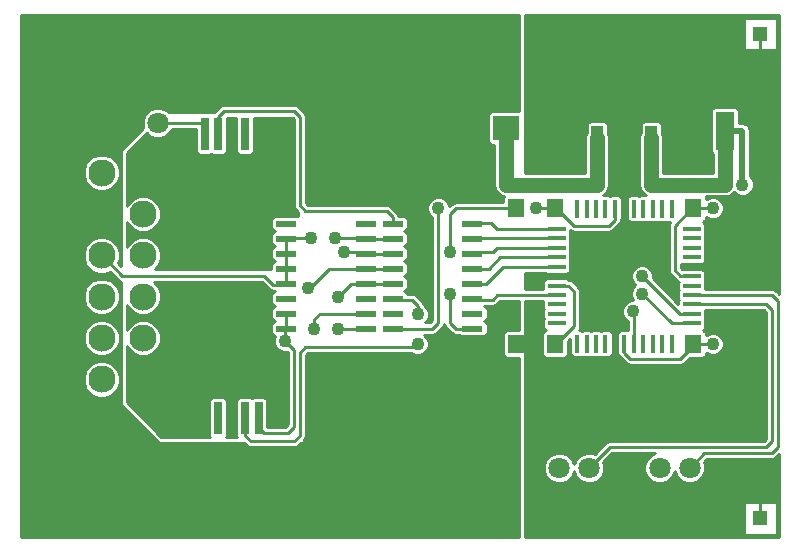
<source format=gtl>
G04 (created by PCBNEW (2013-07-07 BZR 4022)-stable) date 10/14/2016 2:41:48 PM*
%MOIN*%
G04 Gerber Fmt 3.4, Leading zero omitted, Abs format*
%FSLAX34Y34*%
G01*
G70*
G90*
G04 APERTURE LIST*
%ADD10C,0.00590551*%
%ADD11R,0.0177165X0.0590551*%
%ADD12R,0.0590551X0.0177165*%
%ADD13C,0.0708661*%
%ADD14R,0.0472441X0.0472441*%
%ADD15R,0.144X0.08*%
%ADD16R,0.04X0.08*%
%ADD17R,0.0708661X0.02*%
%ADD18R,0.0551181X0.0629921*%
%ADD19R,0.0905512X0.0826772*%
%ADD20C,0.0905512*%
%ADD21C,0.23622*%
%ADD22R,0.063X0.125984*%
%ADD23R,0.0275591X0.110236*%
%ADD24R,0.23622X0.240157*%
%ADD25C,0.0433071*%
%ADD26C,0.00984252*%
%ADD27C,0.019685*%
%ADD28C,0.0492126*%
%ADD29C,0.01*%
G04 APERTURE END LIST*
G54D10*
G54D11*
X59350Y-36037D03*
X59035Y-36037D03*
X58720Y-36037D03*
X58405Y-36037D03*
X58090Y-36037D03*
X57775Y-36037D03*
X59665Y-36037D03*
X59980Y-36037D03*
X60295Y-36037D03*
X60610Y-36037D03*
X60925Y-36037D03*
X59350Y-40537D03*
X59035Y-40537D03*
X58720Y-40537D03*
X58405Y-40537D03*
X58090Y-40537D03*
X57775Y-40537D03*
X59665Y-40537D03*
X59980Y-40537D03*
X60295Y-40537D03*
X60610Y-40537D03*
X60925Y-40537D03*
G54D12*
X57100Y-38287D03*
X61600Y-38287D03*
X57100Y-38602D03*
X61600Y-38602D03*
X61600Y-38917D03*
X57100Y-38917D03*
X57100Y-39232D03*
X61600Y-39232D03*
X61600Y-39547D03*
X57100Y-39547D03*
X57100Y-39862D03*
X61600Y-39862D03*
X61600Y-37972D03*
X57100Y-37972D03*
X57100Y-37657D03*
X61600Y-37657D03*
X61600Y-37342D03*
X57100Y-37342D03*
X57100Y-37027D03*
X61600Y-37027D03*
X61600Y-36712D03*
X57100Y-36712D03*
G54D13*
X58177Y-44685D03*
X57177Y-44685D03*
X61523Y-44685D03*
X60523Y-44685D03*
X43799Y-32177D03*
X43799Y-33177D03*
G54D14*
X63877Y-30216D03*
X63877Y-46358D03*
G54D15*
X59350Y-31081D03*
G54D16*
X59350Y-33681D03*
X60250Y-33681D03*
X58450Y-33681D03*
G54D17*
X54281Y-36537D03*
X54281Y-37537D03*
X54281Y-38037D03*
X54281Y-38537D03*
X54281Y-39037D03*
X54281Y-39537D03*
X54281Y-40037D03*
X51624Y-40037D03*
X51624Y-39537D03*
X51624Y-39037D03*
X51624Y-38537D03*
X51624Y-38037D03*
X51624Y-37537D03*
X51624Y-37037D03*
X51624Y-36537D03*
X54281Y-37037D03*
X50738Y-36537D03*
X50738Y-37537D03*
X50738Y-38037D03*
X50738Y-38537D03*
X50738Y-39037D03*
X50738Y-39537D03*
X50738Y-40037D03*
X48080Y-40037D03*
X48080Y-39537D03*
X48080Y-39037D03*
X48080Y-38537D03*
X48080Y-38037D03*
X48080Y-37537D03*
X48080Y-37037D03*
X48080Y-36537D03*
X50738Y-37037D03*
G54D18*
X61653Y-36023D03*
X62953Y-36023D03*
X57047Y-40551D03*
X55747Y-40551D03*
X61653Y-40551D03*
X62953Y-40551D03*
X57047Y-36023D03*
X55747Y-36023D03*
G54D19*
X55413Y-31614D03*
X55413Y-33346D03*
G54D20*
X43307Y-34842D03*
X43307Y-36220D03*
X43307Y-37598D03*
X43307Y-38976D03*
X43307Y-40354D03*
X43307Y-41732D03*
X41929Y-34842D03*
X41929Y-36220D03*
X41929Y-37598D03*
X41929Y-38976D03*
X41929Y-40354D03*
X41929Y-41732D03*
G54D21*
X41062Y-32086D03*
X41062Y-44488D03*
G54D22*
X62696Y-33444D03*
X62696Y-31515D03*
G54D23*
X45362Y-33543D03*
G54D24*
X46259Y-31062D03*
G54D23*
X45811Y-33543D03*
X46708Y-33543D03*
X47157Y-33543D03*
X47157Y-43031D03*
G54D24*
X46259Y-45511D03*
G54D23*
X46708Y-43031D03*
X45811Y-43031D03*
X45362Y-43031D03*
G54D13*
X52362Y-44783D03*
X51377Y-44783D03*
X50393Y-44783D03*
X49409Y-44783D03*
X48425Y-44783D03*
X52362Y-46259D03*
X51377Y-46259D03*
X50393Y-46259D03*
X49409Y-46259D03*
X48425Y-46259D03*
X52362Y-31791D03*
X51377Y-31791D03*
X50393Y-31791D03*
X49409Y-31791D03*
X48425Y-31791D03*
X52362Y-30314D03*
X51377Y-30314D03*
X50393Y-30314D03*
X49409Y-30314D03*
X48425Y-30314D03*
G54D25*
X63287Y-35236D03*
X53149Y-36023D03*
X48917Y-37007D03*
X56397Y-36023D03*
X62303Y-40551D03*
X62303Y-36023D03*
X52460Y-39566D03*
X52460Y-40551D03*
X49803Y-40059D03*
X49015Y-40059D03*
X59940Y-38877D03*
X49704Y-37007D03*
X49803Y-38976D03*
X48818Y-38681D03*
X50000Y-37500D03*
X59940Y-38287D03*
X59645Y-39468D03*
X53543Y-38877D03*
G54D13*
X61318Y-31102D03*
X61318Y-30118D03*
X60334Y-30118D03*
X57381Y-31102D03*
X57381Y-30118D03*
X58366Y-30118D03*
X59350Y-30118D03*
G54D25*
X59055Y-39763D03*
X56397Y-40551D03*
X57874Y-37500D03*
X53543Y-37500D03*
X62992Y-36712D03*
X63582Y-40551D03*
X63877Y-45669D03*
X48031Y-40452D03*
X59350Y-34547D03*
G54D26*
X48425Y-45511D02*
X48425Y-44783D01*
X51377Y-44783D02*
X52362Y-44783D01*
X49409Y-44783D02*
X50393Y-44783D01*
X46259Y-45511D02*
X48425Y-45511D01*
X51377Y-46259D02*
X52362Y-46259D01*
X49409Y-46259D02*
X50393Y-46259D01*
X48425Y-45511D02*
X48425Y-46259D01*
X48425Y-45511D02*
X48425Y-45511D01*
X48425Y-31003D02*
X48425Y-31791D01*
X51377Y-31791D02*
X52362Y-31791D01*
X49409Y-31791D02*
X50393Y-31791D01*
X48425Y-31062D02*
X48425Y-31003D01*
X48425Y-31003D02*
X48425Y-30314D01*
X51377Y-30314D02*
X52362Y-30314D01*
X49409Y-30314D02*
X50393Y-30314D01*
X46259Y-31062D02*
X48425Y-31062D01*
X48425Y-31062D02*
X55216Y-31062D01*
X55413Y-31259D02*
X55413Y-31614D01*
X55216Y-31062D02*
X55413Y-31259D01*
X41062Y-44488D02*
X42047Y-45472D01*
X46259Y-45472D02*
X46259Y-45511D01*
X42047Y-45472D02*
X46259Y-45472D01*
X43799Y-32177D02*
X43799Y-31102D01*
X41062Y-32086D02*
X42047Y-31102D01*
X46259Y-31102D02*
X46259Y-31062D01*
X42047Y-31102D02*
X43799Y-31102D01*
X43799Y-31102D02*
X46259Y-31102D01*
X41062Y-36220D02*
X41929Y-36220D01*
X41062Y-32086D02*
X41062Y-36220D01*
X41062Y-36220D02*
X41062Y-44488D01*
G54D27*
X63287Y-33444D02*
X62696Y-33444D01*
X63287Y-35236D02*
X63287Y-33444D01*
G54D26*
X51624Y-40037D02*
X52952Y-40037D01*
X53149Y-39840D02*
X53149Y-36023D01*
X52952Y-40037D02*
X53149Y-39840D01*
X48080Y-37007D02*
X48080Y-37037D01*
X48917Y-37007D02*
X48080Y-37007D01*
X56397Y-36023D02*
X57047Y-36023D01*
X61653Y-40551D02*
X62303Y-40551D01*
X62303Y-36023D02*
X61653Y-36023D01*
G54D28*
X60250Y-33681D02*
X60250Y-35236D01*
X60250Y-35236D02*
X62696Y-35236D01*
X62696Y-35236D02*
X62696Y-33444D01*
G54D26*
X48080Y-37537D02*
X48080Y-37037D01*
X48080Y-38037D02*
X48080Y-37537D01*
X48080Y-38537D02*
X48080Y-38037D01*
X59350Y-40537D02*
X59350Y-40846D01*
X61653Y-40610D02*
X61653Y-40551D01*
X61220Y-41043D02*
X61653Y-40610D01*
X59547Y-41043D02*
X61220Y-41043D01*
X59350Y-40846D02*
X59547Y-41043D01*
X41929Y-37598D02*
X42618Y-38287D01*
X48080Y-38582D02*
X48080Y-38537D01*
X47637Y-38582D02*
X48080Y-38582D01*
X47342Y-38287D02*
X47637Y-38582D01*
X42618Y-38287D02*
X47342Y-38287D01*
X59035Y-36037D02*
X59035Y-36417D01*
X59035Y-36417D02*
X58838Y-36614D01*
X58838Y-36614D02*
X57677Y-36614D01*
X57677Y-36614D02*
X57086Y-36023D01*
X57086Y-36023D02*
X57047Y-36023D01*
X61600Y-38287D02*
X61220Y-38287D01*
X61220Y-38287D02*
X61023Y-38090D01*
X61023Y-38090D02*
X61023Y-36614D01*
X61023Y-36614D02*
X61614Y-36023D01*
X61614Y-36023D02*
X61653Y-36023D01*
X57100Y-37342D02*
X55118Y-37342D01*
X54281Y-37500D02*
X54281Y-37537D01*
X54960Y-37500D02*
X54281Y-37500D01*
X55118Y-37342D02*
X54960Y-37500D01*
X46708Y-43031D02*
X46708Y-43602D01*
X51624Y-39074D02*
X51624Y-39037D01*
X52263Y-39074D02*
X51624Y-39074D01*
X52460Y-39271D02*
X52263Y-39074D01*
X52460Y-39566D02*
X52460Y-39271D01*
X52460Y-40649D02*
X52460Y-40551D01*
X48720Y-40649D02*
X52460Y-40649D01*
X48523Y-40846D02*
X48720Y-40649D01*
X48523Y-43602D02*
X48523Y-40846D01*
X48326Y-43799D02*
X48523Y-43602D01*
X46905Y-43799D02*
X48326Y-43799D01*
X46708Y-43602D02*
X46905Y-43799D01*
X45362Y-43031D02*
X45362Y-41929D01*
X45165Y-41732D02*
X43307Y-41732D01*
X45362Y-41929D02*
X45165Y-41732D01*
X47157Y-33543D02*
X47157Y-34645D01*
X46960Y-34842D02*
X43307Y-34842D01*
X47157Y-34645D02*
X46960Y-34842D01*
X45811Y-33543D02*
X45811Y-32972D01*
X51624Y-36318D02*
X51624Y-36537D01*
X51427Y-36122D02*
X51624Y-36318D01*
X48720Y-36122D02*
X51427Y-36122D01*
X48523Y-35925D02*
X48720Y-36122D01*
X48523Y-32972D02*
X48523Y-35925D01*
X48326Y-32775D02*
X48523Y-32972D01*
X46007Y-32775D02*
X48326Y-32775D01*
X45811Y-32972D02*
X46007Y-32775D01*
G54D28*
X58450Y-33681D02*
X58450Y-35236D01*
X55413Y-35236D02*
X55413Y-33346D01*
X58450Y-35236D02*
X55413Y-35236D01*
G54D26*
X61600Y-39232D02*
X64074Y-39232D01*
X58177Y-44677D02*
X58177Y-44685D01*
X58858Y-43996D02*
X58177Y-44677D01*
X64074Y-43996D02*
X58858Y-43996D01*
X64271Y-43799D02*
X64074Y-43996D01*
X64271Y-39429D02*
X64271Y-43799D01*
X64074Y-39232D02*
X64271Y-39429D01*
X50738Y-40059D02*
X50738Y-40037D01*
X49803Y-40059D02*
X50738Y-40059D01*
X50738Y-39537D02*
X49212Y-39537D01*
X49015Y-39734D02*
X49015Y-40059D01*
X49212Y-39537D02*
X49015Y-39734D01*
X61600Y-38917D02*
X64271Y-38917D01*
X61523Y-44677D02*
X61523Y-44685D01*
X62007Y-44192D02*
X61523Y-44677D01*
X64271Y-44192D02*
X62007Y-44192D01*
X64468Y-43996D02*
X64271Y-44192D01*
X64468Y-39114D02*
X64468Y-43996D01*
X64271Y-38917D02*
X64468Y-39114D01*
X57100Y-37027D02*
X54281Y-37027D01*
X54281Y-37027D02*
X54281Y-37037D01*
X60925Y-39862D02*
X61600Y-39862D01*
X59940Y-38877D02*
X60925Y-39862D01*
X51624Y-37037D02*
X50738Y-37037D01*
X50738Y-37007D02*
X50738Y-37037D01*
X49704Y-37007D02*
X50738Y-37007D01*
X50242Y-38537D02*
X50738Y-38537D01*
X49803Y-38976D02*
X50242Y-38537D01*
X51624Y-38537D02*
X50738Y-38537D01*
X50738Y-38037D02*
X49507Y-38037D01*
X48864Y-38681D02*
X48818Y-38681D01*
X49507Y-38037D02*
X48864Y-38681D01*
X51624Y-38037D02*
X50738Y-38037D01*
X51624Y-37537D02*
X50738Y-37537D01*
X50738Y-37500D02*
X50738Y-37537D01*
X50000Y-37500D02*
X50738Y-37500D01*
X61200Y-39547D02*
X61600Y-39547D01*
X59940Y-38287D02*
X61200Y-39547D01*
X57100Y-38602D02*
X57480Y-38602D01*
X57086Y-40551D02*
X57047Y-40551D01*
X57677Y-39960D02*
X57086Y-40551D01*
X57677Y-38799D02*
X57677Y-39960D01*
X57480Y-38602D02*
X57677Y-38799D01*
X57100Y-36712D02*
X55118Y-36712D01*
X54281Y-36515D02*
X54281Y-36537D01*
X54921Y-36515D02*
X54281Y-36515D01*
X55118Y-36712D02*
X54921Y-36515D01*
X57100Y-37657D02*
X55216Y-37657D01*
X54281Y-38051D02*
X54281Y-38037D01*
X54822Y-38051D02*
X54281Y-38051D01*
X55216Y-37657D02*
X54822Y-38051D01*
X59665Y-40537D02*
X59665Y-39468D01*
X59665Y-39468D02*
X59645Y-39468D01*
X54281Y-40059D02*
X54281Y-40037D01*
X53740Y-40059D02*
X54281Y-40059D01*
X53543Y-39862D02*
X53740Y-40059D01*
X53543Y-38877D02*
X53543Y-39862D01*
X57100Y-38917D02*
X55118Y-38917D01*
X54281Y-39074D02*
X54281Y-39037D01*
X54960Y-39074D02*
X54281Y-39074D01*
X55118Y-38917D02*
X54960Y-39074D01*
X57100Y-37972D02*
X55314Y-37972D01*
X54281Y-38562D02*
X54281Y-38537D01*
X54724Y-38562D02*
X54281Y-38562D01*
X55314Y-37972D02*
X54724Y-38562D01*
X48031Y-40452D02*
X48326Y-40748D01*
X47157Y-43307D02*
X47157Y-43031D01*
X47354Y-43503D02*
X47157Y-43307D01*
X48129Y-43503D02*
X47354Y-43503D01*
X48326Y-43307D02*
X48129Y-43503D01*
X48326Y-40748D02*
X48326Y-43307D01*
X43799Y-33177D02*
X45362Y-33177D01*
X45362Y-33177D02*
X45362Y-33543D01*
X60334Y-30118D02*
X61318Y-30118D01*
X61318Y-31102D02*
X61318Y-31081D01*
X61318Y-31081D02*
X61318Y-31102D01*
X61318Y-31102D02*
X61318Y-31081D01*
X59350Y-31081D02*
X59350Y-30118D01*
X58366Y-30118D02*
X57381Y-30118D01*
X59350Y-36037D02*
X59350Y-37303D01*
X59153Y-37500D02*
X57874Y-37500D01*
X59350Y-37303D02*
X59153Y-37500D01*
X61600Y-37972D02*
X62795Y-37972D01*
X62992Y-37775D02*
X62992Y-36712D01*
X62795Y-37972D02*
X62992Y-37775D01*
X59035Y-40537D02*
X59035Y-39763D01*
X59035Y-39763D02*
X59055Y-39763D01*
X55747Y-40551D02*
X56397Y-40551D01*
X57100Y-38287D02*
X57677Y-38287D01*
X57874Y-38090D02*
X57874Y-37500D01*
X57677Y-38287D02*
X57874Y-38090D01*
X55747Y-36023D02*
X53740Y-36023D01*
X53543Y-36220D02*
X53543Y-37500D01*
X53740Y-36023D02*
X53543Y-36220D01*
X62953Y-36023D02*
X62953Y-36712D01*
X62953Y-36712D02*
X62992Y-36712D01*
X62953Y-40551D02*
X63582Y-40551D01*
X63877Y-46358D02*
X63877Y-45669D01*
X48031Y-40037D02*
X48080Y-40037D01*
X48031Y-40452D02*
X48031Y-40037D01*
X62696Y-31515D02*
X63681Y-31515D01*
X63877Y-31318D02*
X63877Y-30216D01*
X63681Y-31515D02*
X63877Y-31318D01*
X59350Y-31081D02*
X61318Y-31081D01*
X61318Y-31081D02*
X62500Y-31081D01*
X62696Y-31278D02*
X62696Y-31515D01*
X62500Y-31081D02*
X62696Y-31278D01*
X59350Y-33681D02*
X59350Y-31081D01*
G54D27*
X59350Y-34547D02*
X59350Y-33681D01*
G54D26*
X48080Y-40037D02*
X48080Y-39537D01*
G54D10*
G36*
X48473Y-36288D02*
X48465Y-36285D01*
X48404Y-36285D01*
X47696Y-36285D01*
X47640Y-36308D01*
X47597Y-36350D01*
X47574Y-36406D01*
X47573Y-36467D01*
X47573Y-36667D01*
X47597Y-36723D01*
X47639Y-36766D01*
X47690Y-36787D01*
X47640Y-36808D01*
X47597Y-36850D01*
X47574Y-36906D01*
X47573Y-36967D01*
X47573Y-37167D01*
X47597Y-37223D01*
X47639Y-37266D01*
X47690Y-37287D01*
X47640Y-37308D01*
X47597Y-37350D01*
X47574Y-37406D01*
X47573Y-37467D01*
X47573Y-37667D01*
X47597Y-37723D01*
X47639Y-37766D01*
X47690Y-37787D01*
X47640Y-37808D01*
X47597Y-37850D01*
X47574Y-37906D01*
X47573Y-37967D01*
X47573Y-38040D01*
X43720Y-38040D01*
X43819Y-37941D01*
X43912Y-37719D01*
X43912Y-37478D01*
X43820Y-37256D01*
X43650Y-37085D01*
X43427Y-36993D01*
X43187Y-36993D01*
X42964Y-37085D01*
X42794Y-37255D01*
X42766Y-37322D01*
X42766Y-36496D01*
X42793Y-36562D01*
X42963Y-36733D01*
X43186Y-36825D01*
X43426Y-36825D01*
X43649Y-36733D01*
X43819Y-36563D01*
X43912Y-36341D01*
X43912Y-36100D01*
X43820Y-35878D01*
X43650Y-35707D01*
X43427Y-35615D01*
X43187Y-35615D01*
X42964Y-35707D01*
X42794Y-35877D01*
X42766Y-35944D01*
X42766Y-34174D01*
X43423Y-33517D01*
X43511Y-33606D01*
X43697Y-33683D01*
X43899Y-33683D01*
X44085Y-33606D01*
X44228Y-33464D01*
X44264Y-33378D01*
X45072Y-33378D01*
X45072Y-34124D01*
X45095Y-34180D01*
X45137Y-34223D01*
X45193Y-34246D01*
X45254Y-34246D01*
X45530Y-34246D01*
X45586Y-34223D01*
X45586Y-34223D01*
X45586Y-34223D01*
X45642Y-34246D01*
X45703Y-34246D01*
X45978Y-34246D01*
X46035Y-34223D01*
X46077Y-34180D01*
X46101Y-34124D01*
X46101Y-34064D01*
X46101Y-33022D01*
X46418Y-33022D01*
X46418Y-34124D01*
X46441Y-34180D01*
X46484Y-34223D01*
X46540Y-34246D01*
X46601Y-34246D01*
X46876Y-34246D01*
X46932Y-34223D01*
X46975Y-34180D01*
X46998Y-34124D01*
X46998Y-34064D01*
X46998Y-33022D01*
X48288Y-33022D01*
X48322Y-33055D01*
X48322Y-35925D01*
X48337Y-36002D01*
X48381Y-36067D01*
X48473Y-36160D01*
X48473Y-36288D01*
X48473Y-36288D01*
G37*
G54D29*
X48473Y-36288D02*
X48465Y-36285D01*
X48404Y-36285D01*
X47696Y-36285D01*
X47640Y-36308D01*
X47597Y-36350D01*
X47574Y-36406D01*
X47573Y-36467D01*
X47573Y-36667D01*
X47597Y-36723D01*
X47639Y-36766D01*
X47690Y-36787D01*
X47640Y-36808D01*
X47597Y-36850D01*
X47574Y-36906D01*
X47573Y-36967D01*
X47573Y-37167D01*
X47597Y-37223D01*
X47639Y-37266D01*
X47690Y-37287D01*
X47640Y-37308D01*
X47597Y-37350D01*
X47574Y-37406D01*
X47573Y-37467D01*
X47573Y-37667D01*
X47597Y-37723D01*
X47639Y-37766D01*
X47690Y-37787D01*
X47640Y-37808D01*
X47597Y-37850D01*
X47574Y-37906D01*
X47573Y-37967D01*
X47573Y-38040D01*
X43720Y-38040D01*
X43819Y-37941D01*
X43912Y-37719D01*
X43912Y-37478D01*
X43820Y-37256D01*
X43650Y-37085D01*
X43427Y-36993D01*
X43187Y-36993D01*
X42964Y-37085D01*
X42794Y-37255D01*
X42766Y-37322D01*
X42766Y-36496D01*
X42793Y-36562D01*
X42963Y-36733D01*
X43186Y-36825D01*
X43426Y-36825D01*
X43649Y-36733D01*
X43819Y-36563D01*
X43912Y-36341D01*
X43912Y-36100D01*
X43820Y-35878D01*
X43650Y-35707D01*
X43427Y-35615D01*
X43187Y-35615D01*
X42964Y-35707D01*
X42794Y-35877D01*
X42766Y-35944D01*
X42766Y-34174D01*
X43423Y-33517D01*
X43511Y-33606D01*
X43697Y-33683D01*
X43899Y-33683D01*
X44085Y-33606D01*
X44228Y-33464D01*
X44264Y-33378D01*
X45072Y-33378D01*
X45072Y-34124D01*
X45095Y-34180D01*
X45137Y-34223D01*
X45193Y-34246D01*
X45254Y-34246D01*
X45530Y-34246D01*
X45586Y-34223D01*
X45586Y-34223D01*
X45586Y-34223D01*
X45642Y-34246D01*
X45703Y-34246D01*
X45978Y-34246D01*
X46035Y-34223D01*
X46077Y-34180D01*
X46101Y-34124D01*
X46101Y-34064D01*
X46101Y-33022D01*
X46418Y-33022D01*
X46418Y-34124D01*
X46441Y-34180D01*
X46484Y-34223D01*
X46540Y-34246D01*
X46601Y-34246D01*
X46876Y-34246D01*
X46932Y-34223D01*
X46975Y-34180D01*
X46998Y-34124D01*
X46998Y-34064D01*
X46998Y-33022D01*
X48288Y-33022D01*
X48322Y-33055D01*
X48322Y-35925D01*
X48337Y-36002D01*
X48381Y-36067D01*
X48473Y-36160D01*
X48473Y-36288D01*
G54D10*
G36*
X48125Y-43223D02*
X48046Y-43302D01*
X47447Y-43302D01*
X47447Y-42450D01*
X47424Y-42394D01*
X47381Y-42351D01*
X47325Y-42327D01*
X47265Y-42327D01*
X46989Y-42327D01*
X46933Y-42351D01*
X46933Y-42351D01*
X46932Y-42351D01*
X46876Y-42327D01*
X46816Y-42327D01*
X46540Y-42327D01*
X46484Y-42351D01*
X46441Y-42393D01*
X46418Y-42449D01*
X46418Y-42510D01*
X46418Y-43612D01*
X46434Y-43650D01*
X46085Y-43650D01*
X46101Y-43613D01*
X46101Y-43552D01*
X46101Y-42450D01*
X46078Y-42394D01*
X46035Y-42351D01*
X45979Y-42327D01*
X45918Y-42327D01*
X45643Y-42327D01*
X45587Y-42351D01*
X45544Y-42393D01*
X45520Y-42449D01*
X45520Y-42510D01*
X45520Y-43612D01*
X45536Y-43650D01*
X43918Y-43650D01*
X42766Y-42498D01*
X42766Y-40630D01*
X42793Y-40696D01*
X42963Y-40867D01*
X43186Y-40959D01*
X43426Y-40959D01*
X43649Y-40867D01*
X43819Y-40697D01*
X43912Y-40475D01*
X43912Y-40234D01*
X43820Y-40012D01*
X43650Y-39841D01*
X43427Y-39749D01*
X43187Y-39749D01*
X42964Y-39841D01*
X42794Y-40011D01*
X42766Y-40078D01*
X42766Y-39252D01*
X42793Y-39318D01*
X42963Y-39489D01*
X43186Y-39581D01*
X43426Y-39581D01*
X43649Y-39489D01*
X43819Y-39319D01*
X43912Y-39097D01*
X43912Y-38856D01*
X43820Y-38634D01*
X43675Y-38488D01*
X47259Y-38488D01*
X47495Y-38725D01*
X47560Y-38768D01*
X47637Y-38784D01*
X47682Y-38784D01*
X47690Y-38787D01*
X47640Y-38808D01*
X47597Y-38850D01*
X47574Y-38906D01*
X47573Y-38967D01*
X47573Y-39167D01*
X47597Y-39223D01*
X47639Y-39266D01*
X47690Y-39287D01*
X47640Y-39308D01*
X47597Y-39350D01*
X47574Y-39406D01*
X47573Y-39467D01*
X47573Y-39667D01*
X47597Y-39723D01*
X47639Y-39766D01*
X47690Y-39787D01*
X47640Y-39808D01*
X47597Y-39850D01*
X47574Y-39906D01*
X47573Y-39967D01*
X47573Y-40167D01*
X47597Y-40223D01*
X47639Y-40266D01*
X47695Y-40289D01*
X47699Y-40289D01*
X47662Y-40379D01*
X47662Y-40525D01*
X47718Y-40661D01*
X47822Y-40765D01*
X47957Y-40821D01*
X48104Y-40821D01*
X48112Y-40818D01*
X48125Y-40831D01*
X48125Y-43223D01*
X48125Y-43223D01*
G37*
G54D29*
X48125Y-43223D02*
X48046Y-43302D01*
X47447Y-43302D01*
X47447Y-42450D01*
X47424Y-42394D01*
X47381Y-42351D01*
X47325Y-42327D01*
X47265Y-42327D01*
X46989Y-42327D01*
X46933Y-42351D01*
X46933Y-42351D01*
X46932Y-42351D01*
X46876Y-42327D01*
X46816Y-42327D01*
X46540Y-42327D01*
X46484Y-42351D01*
X46441Y-42393D01*
X46418Y-42449D01*
X46418Y-42510D01*
X46418Y-43612D01*
X46434Y-43650D01*
X46085Y-43650D01*
X46101Y-43613D01*
X46101Y-43552D01*
X46101Y-42450D01*
X46078Y-42394D01*
X46035Y-42351D01*
X45979Y-42327D01*
X45918Y-42327D01*
X45643Y-42327D01*
X45587Y-42351D01*
X45544Y-42393D01*
X45520Y-42449D01*
X45520Y-42510D01*
X45520Y-43612D01*
X45536Y-43650D01*
X43918Y-43650D01*
X42766Y-42498D01*
X42766Y-40630D01*
X42793Y-40696D01*
X42963Y-40867D01*
X43186Y-40959D01*
X43426Y-40959D01*
X43649Y-40867D01*
X43819Y-40697D01*
X43912Y-40475D01*
X43912Y-40234D01*
X43820Y-40012D01*
X43650Y-39841D01*
X43427Y-39749D01*
X43187Y-39749D01*
X42964Y-39841D01*
X42794Y-40011D01*
X42766Y-40078D01*
X42766Y-39252D01*
X42793Y-39318D01*
X42963Y-39489D01*
X43186Y-39581D01*
X43426Y-39581D01*
X43649Y-39489D01*
X43819Y-39319D01*
X43912Y-39097D01*
X43912Y-38856D01*
X43820Y-38634D01*
X43675Y-38488D01*
X47259Y-38488D01*
X47495Y-38725D01*
X47560Y-38768D01*
X47637Y-38784D01*
X47682Y-38784D01*
X47690Y-38787D01*
X47640Y-38808D01*
X47597Y-38850D01*
X47574Y-38906D01*
X47573Y-38967D01*
X47573Y-39167D01*
X47597Y-39223D01*
X47639Y-39266D01*
X47690Y-39287D01*
X47640Y-39308D01*
X47597Y-39350D01*
X47574Y-39406D01*
X47573Y-39467D01*
X47573Y-39667D01*
X47597Y-39723D01*
X47639Y-39766D01*
X47690Y-39787D01*
X47640Y-39808D01*
X47597Y-39850D01*
X47574Y-39906D01*
X47573Y-39967D01*
X47573Y-40167D01*
X47597Y-40223D01*
X47639Y-40266D01*
X47695Y-40289D01*
X47699Y-40289D01*
X47662Y-40379D01*
X47662Y-40525D01*
X47718Y-40661D01*
X47822Y-40765D01*
X47957Y-40821D01*
X48104Y-40821D01*
X48112Y-40818D01*
X48125Y-40831D01*
X48125Y-43223D01*
G54D10*
G36*
X64516Y-46997D02*
X64424Y-46997D01*
X64424Y-46904D01*
X64424Y-45812D01*
X63331Y-45812D01*
X63331Y-46904D01*
X64424Y-46904D01*
X64424Y-46997D01*
X56053Y-46997D01*
X56053Y-39118D01*
X56652Y-39118D01*
X56652Y-39173D01*
X56652Y-39351D01*
X56668Y-39389D01*
X56652Y-39428D01*
X56652Y-39488D01*
X56652Y-39666D01*
X56668Y-39704D01*
X56652Y-39743D01*
X56652Y-39803D01*
X56652Y-39981D01*
X56675Y-40037D01*
X56718Y-40080D01*
X56734Y-40086D01*
X56685Y-40106D01*
X56642Y-40149D01*
X56619Y-40205D01*
X56619Y-40266D01*
X56619Y-40896D01*
X56642Y-40952D01*
X56685Y-40995D01*
X56741Y-41018D01*
X56802Y-41018D01*
X57353Y-41018D01*
X57409Y-40995D01*
X57452Y-40952D01*
X57475Y-40896D01*
X57475Y-40835D01*
X57475Y-40447D01*
X57534Y-40388D01*
X57534Y-40862D01*
X57557Y-40918D01*
X57600Y-40961D01*
X57656Y-40985D01*
X57716Y-40985D01*
X57894Y-40985D01*
X57932Y-40969D01*
X57971Y-40985D01*
X58031Y-40985D01*
X58209Y-40985D01*
X58247Y-40969D01*
X58286Y-40985D01*
X58346Y-40985D01*
X58524Y-40985D01*
X58562Y-40969D01*
X58601Y-40985D01*
X58661Y-40985D01*
X58839Y-40985D01*
X58895Y-40961D01*
X58938Y-40919D01*
X58961Y-40863D01*
X58961Y-40802D01*
X58961Y-40211D01*
X58938Y-40155D01*
X58895Y-40113D01*
X58839Y-40089D01*
X58778Y-40089D01*
X58601Y-40089D01*
X58562Y-40105D01*
X58524Y-40089D01*
X58463Y-40089D01*
X58286Y-40089D01*
X58247Y-40105D01*
X58209Y-40089D01*
X58148Y-40089D01*
X57971Y-40089D01*
X57932Y-40105D01*
X57894Y-40089D01*
X57833Y-40089D01*
X57828Y-40089D01*
X57863Y-40037D01*
X57878Y-39960D01*
X57878Y-38799D01*
X57878Y-38799D01*
X57878Y-38799D01*
X57863Y-38722D01*
X57819Y-38656D01*
X57819Y-38656D01*
X57622Y-38459D01*
X57557Y-38416D01*
X57502Y-38405D01*
X57482Y-38384D01*
X57426Y-38361D01*
X57365Y-38361D01*
X56774Y-38361D01*
X56718Y-38384D01*
X56676Y-38427D01*
X56652Y-38483D01*
X56652Y-38543D01*
X56652Y-38715D01*
X56053Y-38715D01*
X56053Y-38173D01*
X56702Y-38173D01*
X56718Y-38190D01*
X56774Y-38213D01*
X56835Y-38213D01*
X57425Y-38213D01*
X57481Y-38190D01*
X57524Y-38147D01*
X57548Y-38091D01*
X57548Y-38030D01*
X57548Y-37853D01*
X57532Y-37814D01*
X57548Y-37776D01*
X57548Y-37715D01*
X57548Y-37538D01*
X57532Y-37499D01*
X57548Y-37461D01*
X57548Y-37400D01*
X57548Y-37223D01*
X57532Y-37184D01*
X57548Y-37146D01*
X57548Y-37085D01*
X57548Y-36908D01*
X57532Y-36869D01*
X57548Y-36831D01*
X57548Y-36770D01*
X57548Y-36765D01*
X57600Y-36800D01*
X57677Y-36815D01*
X58838Y-36815D01*
X58915Y-36800D01*
X58981Y-36756D01*
X59177Y-36559D01*
X59177Y-36559D01*
X59177Y-36559D01*
X59221Y-36494D01*
X59232Y-36439D01*
X59232Y-36439D01*
X59253Y-36419D01*
X59276Y-36363D01*
X59276Y-36302D01*
X59276Y-35711D01*
X59253Y-35655D01*
X59210Y-35613D01*
X59154Y-35589D01*
X59093Y-35589D01*
X58916Y-35589D01*
X58877Y-35605D01*
X58839Y-35589D01*
X58778Y-35589D01*
X58624Y-35589D01*
X58732Y-35517D01*
X58818Y-35388D01*
X58848Y-35236D01*
X58848Y-33681D01*
X58818Y-33529D01*
X58802Y-33505D01*
X58802Y-33251D01*
X58779Y-33195D01*
X58736Y-33152D01*
X58680Y-33129D01*
X58620Y-33129D01*
X58220Y-33129D01*
X58164Y-33152D01*
X58121Y-33195D01*
X58098Y-33251D01*
X58098Y-33312D01*
X58098Y-33505D01*
X58082Y-33529D01*
X58051Y-33681D01*
X58051Y-34837D01*
X56053Y-34837D01*
X56053Y-29577D01*
X64516Y-29577D01*
X64516Y-38877D01*
X64424Y-38784D01*
X64424Y-30762D01*
X64424Y-29670D01*
X63331Y-29670D01*
X63331Y-30762D01*
X64424Y-30762D01*
X64424Y-38784D01*
X64414Y-38774D01*
X64348Y-38731D01*
X64271Y-38715D01*
X62048Y-38715D01*
X62048Y-38660D01*
X62048Y-38483D01*
X62032Y-38444D01*
X62048Y-38406D01*
X62048Y-38345D01*
X62048Y-38168D01*
X62024Y-38112D01*
X61982Y-38069D01*
X61926Y-38046D01*
X61865Y-38046D01*
X61274Y-38046D01*
X61267Y-38049D01*
X61225Y-38007D01*
X61225Y-37877D01*
X61274Y-37898D01*
X61335Y-37898D01*
X61925Y-37898D01*
X61981Y-37875D01*
X62024Y-37832D01*
X62048Y-37776D01*
X62048Y-37715D01*
X62048Y-37538D01*
X62032Y-37499D01*
X62048Y-37461D01*
X62048Y-37400D01*
X62048Y-37223D01*
X62032Y-37184D01*
X62048Y-37146D01*
X62048Y-37085D01*
X62048Y-36908D01*
X62032Y-36869D01*
X62048Y-36831D01*
X62048Y-36770D01*
X62048Y-36593D01*
X62024Y-36537D01*
X61982Y-36494D01*
X61965Y-36488D01*
X62014Y-36467D01*
X62057Y-36425D01*
X62081Y-36369D01*
X62081Y-36323D01*
X62093Y-36336D01*
X62229Y-36392D01*
X62376Y-36392D01*
X62511Y-36336D01*
X62615Y-36232D01*
X62671Y-36097D01*
X62672Y-35950D01*
X62616Y-35814D01*
X62512Y-35711D01*
X62376Y-35654D01*
X62230Y-35654D01*
X62094Y-35710D01*
X62081Y-35724D01*
X62081Y-35678D01*
X62063Y-35634D01*
X62696Y-35634D01*
X62849Y-35604D01*
X62978Y-35517D01*
X63006Y-35476D01*
X63078Y-35548D01*
X63213Y-35605D01*
X63360Y-35605D01*
X63496Y-35549D01*
X63599Y-35445D01*
X63656Y-35309D01*
X63656Y-35163D01*
X63600Y-35027D01*
X63538Y-34965D01*
X63538Y-33444D01*
X63519Y-33348D01*
X63464Y-33267D01*
X63383Y-33213D01*
X63287Y-33194D01*
X63164Y-33194D01*
X63164Y-32784D01*
X63141Y-32728D01*
X63098Y-32685D01*
X63042Y-32662D01*
X62981Y-32662D01*
X62351Y-32662D01*
X62295Y-32685D01*
X62252Y-32728D01*
X62229Y-32784D01*
X62229Y-32845D01*
X62229Y-34104D01*
X62252Y-34160D01*
X62295Y-34203D01*
X62298Y-34205D01*
X62298Y-34837D01*
X60648Y-34837D01*
X60648Y-33681D01*
X60618Y-33529D01*
X60602Y-33505D01*
X60602Y-33251D01*
X60579Y-33195D01*
X60536Y-33152D01*
X60480Y-33129D01*
X60420Y-33129D01*
X60020Y-33129D01*
X59964Y-33152D01*
X59921Y-33195D01*
X59898Y-33251D01*
X59898Y-33312D01*
X59898Y-33505D01*
X59882Y-33529D01*
X59851Y-33681D01*
X59851Y-35236D01*
X59882Y-35388D01*
X59968Y-35517D01*
X60076Y-35589D01*
X60038Y-35589D01*
X59861Y-35589D01*
X59822Y-35605D01*
X59784Y-35589D01*
X59723Y-35589D01*
X59546Y-35589D01*
X59490Y-35612D01*
X59447Y-35655D01*
X59424Y-35711D01*
X59424Y-35772D01*
X59424Y-36362D01*
X59447Y-36418D01*
X59490Y-36461D01*
X59546Y-36485D01*
X59606Y-36485D01*
X59784Y-36485D01*
X59822Y-36469D01*
X59861Y-36485D01*
X59921Y-36485D01*
X60099Y-36485D01*
X60137Y-36469D01*
X60176Y-36485D01*
X60236Y-36485D01*
X60414Y-36485D01*
X60452Y-36469D01*
X60491Y-36485D01*
X60551Y-36485D01*
X60729Y-36485D01*
X60767Y-36469D01*
X60806Y-36485D01*
X60866Y-36485D01*
X60872Y-36485D01*
X60837Y-36537D01*
X60822Y-36614D01*
X60822Y-38090D01*
X60837Y-38167D01*
X60881Y-38233D01*
X61077Y-38429D01*
X61077Y-38429D01*
X61143Y-38473D01*
X61155Y-38476D01*
X61152Y-38483D01*
X61152Y-38543D01*
X61152Y-38721D01*
X61168Y-38759D01*
X61152Y-38798D01*
X61152Y-38858D01*
X61152Y-39036D01*
X61168Y-39074D01*
X61152Y-39113D01*
X61152Y-39173D01*
X61152Y-39214D01*
X60306Y-38368D01*
X60309Y-38361D01*
X60309Y-38214D01*
X60253Y-38078D01*
X60150Y-37974D01*
X60014Y-37918D01*
X59867Y-37918D01*
X59732Y-37974D01*
X59628Y-38078D01*
X59572Y-38213D01*
X59571Y-38360D01*
X59628Y-38496D01*
X59714Y-38582D01*
X59628Y-38668D01*
X59572Y-38804D01*
X59571Y-38951D01*
X59628Y-39086D01*
X59640Y-39099D01*
X59572Y-39099D01*
X59436Y-39155D01*
X59333Y-39259D01*
X59276Y-39394D01*
X59276Y-39541D01*
X59332Y-39677D01*
X59436Y-39781D01*
X59463Y-39792D01*
X59463Y-40089D01*
X59408Y-40089D01*
X59231Y-40089D01*
X59175Y-40112D01*
X59132Y-40155D01*
X59109Y-40211D01*
X59109Y-40272D01*
X59109Y-40862D01*
X59132Y-40918D01*
X59175Y-40961D01*
X59195Y-40969D01*
X59207Y-40988D01*
X59404Y-41185D01*
X59404Y-41185D01*
X59470Y-41229D01*
X59547Y-41244D01*
X59547Y-41244D01*
X59547Y-41244D01*
X61220Y-41244D01*
X61297Y-41229D01*
X61363Y-41185D01*
X61530Y-41018D01*
X61958Y-41018D01*
X62014Y-40995D01*
X62057Y-40952D01*
X62081Y-40896D01*
X62081Y-40850D01*
X62093Y-40863D01*
X62229Y-40920D01*
X62376Y-40920D01*
X62511Y-40864D01*
X62615Y-40760D01*
X62671Y-40624D01*
X62672Y-40478D01*
X62616Y-40342D01*
X62512Y-40238D01*
X62376Y-40182D01*
X62230Y-40182D01*
X62094Y-40238D01*
X62081Y-40251D01*
X62081Y-40206D01*
X62057Y-40150D01*
X62015Y-40107D01*
X61966Y-40086D01*
X61981Y-40080D01*
X62024Y-40037D01*
X62048Y-39981D01*
X62048Y-39920D01*
X62048Y-39743D01*
X62032Y-39704D01*
X62048Y-39666D01*
X62048Y-39605D01*
X62048Y-39433D01*
X63991Y-39433D01*
X64070Y-39512D01*
X64070Y-43715D01*
X63991Y-43794D01*
X58858Y-43794D01*
X58781Y-43809D01*
X58715Y-43853D01*
X58715Y-43853D01*
X58357Y-44211D01*
X58278Y-44178D01*
X58076Y-44178D01*
X57890Y-44255D01*
X57747Y-44397D01*
X57677Y-44568D01*
X57606Y-44398D01*
X57464Y-44255D01*
X57278Y-44178D01*
X57076Y-44178D01*
X56890Y-44255D01*
X56747Y-44397D01*
X56670Y-44583D01*
X56670Y-44785D01*
X56747Y-44971D01*
X56889Y-45114D01*
X57075Y-45191D01*
X57277Y-45191D01*
X57463Y-45114D01*
X57606Y-44972D01*
X57677Y-44801D01*
X57747Y-44971D01*
X57889Y-45114D01*
X58075Y-45191D01*
X58277Y-45191D01*
X58463Y-45114D01*
X58606Y-44972D01*
X58683Y-44786D01*
X58683Y-44584D01*
X58646Y-44493D01*
X58941Y-44197D01*
X60376Y-44197D01*
X60236Y-44255D01*
X60094Y-44397D01*
X60017Y-44583D01*
X60016Y-44785D01*
X60093Y-44971D01*
X60236Y-45114D01*
X60422Y-45191D01*
X60623Y-45191D01*
X60810Y-45114D01*
X60952Y-44972D01*
X61023Y-44801D01*
X61093Y-44971D01*
X61236Y-45114D01*
X61422Y-45191D01*
X61623Y-45191D01*
X61810Y-45114D01*
X61952Y-44972D01*
X62030Y-44786D01*
X62030Y-44584D01*
X61992Y-44493D01*
X62091Y-44394D01*
X64271Y-44394D01*
X64348Y-44379D01*
X64414Y-44335D01*
X64516Y-44232D01*
X64516Y-46997D01*
X64516Y-46997D01*
G37*
G54D29*
X64516Y-46997D02*
X64424Y-46997D01*
X64424Y-46904D01*
X64424Y-45812D01*
X63331Y-45812D01*
X63331Y-46904D01*
X64424Y-46904D01*
X64424Y-46997D01*
X56053Y-46997D01*
X56053Y-39118D01*
X56652Y-39118D01*
X56652Y-39173D01*
X56652Y-39351D01*
X56668Y-39389D01*
X56652Y-39428D01*
X56652Y-39488D01*
X56652Y-39666D01*
X56668Y-39704D01*
X56652Y-39743D01*
X56652Y-39803D01*
X56652Y-39981D01*
X56675Y-40037D01*
X56718Y-40080D01*
X56734Y-40086D01*
X56685Y-40106D01*
X56642Y-40149D01*
X56619Y-40205D01*
X56619Y-40266D01*
X56619Y-40896D01*
X56642Y-40952D01*
X56685Y-40995D01*
X56741Y-41018D01*
X56802Y-41018D01*
X57353Y-41018D01*
X57409Y-40995D01*
X57452Y-40952D01*
X57475Y-40896D01*
X57475Y-40835D01*
X57475Y-40447D01*
X57534Y-40388D01*
X57534Y-40862D01*
X57557Y-40918D01*
X57600Y-40961D01*
X57656Y-40985D01*
X57716Y-40985D01*
X57894Y-40985D01*
X57932Y-40969D01*
X57971Y-40985D01*
X58031Y-40985D01*
X58209Y-40985D01*
X58247Y-40969D01*
X58286Y-40985D01*
X58346Y-40985D01*
X58524Y-40985D01*
X58562Y-40969D01*
X58601Y-40985D01*
X58661Y-40985D01*
X58839Y-40985D01*
X58895Y-40961D01*
X58938Y-40919D01*
X58961Y-40863D01*
X58961Y-40802D01*
X58961Y-40211D01*
X58938Y-40155D01*
X58895Y-40113D01*
X58839Y-40089D01*
X58778Y-40089D01*
X58601Y-40089D01*
X58562Y-40105D01*
X58524Y-40089D01*
X58463Y-40089D01*
X58286Y-40089D01*
X58247Y-40105D01*
X58209Y-40089D01*
X58148Y-40089D01*
X57971Y-40089D01*
X57932Y-40105D01*
X57894Y-40089D01*
X57833Y-40089D01*
X57828Y-40089D01*
X57863Y-40037D01*
X57878Y-39960D01*
X57878Y-38799D01*
X57878Y-38799D01*
X57878Y-38799D01*
X57863Y-38722D01*
X57819Y-38656D01*
X57819Y-38656D01*
X57622Y-38459D01*
X57557Y-38416D01*
X57502Y-38405D01*
X57482Y-38384D01*
X57426Y-38361D01*
X57365Y-38361D01*
X56774Y-38361D01*
X56718Y-38384D01*
X56676Y-38427D01*
X56652Y-38483D01*
X56652Y-38543D01*
X56652Y-38715D01*
X56053Y-38715D01*
X56053Y-38173D01*
X56702Y-38173D01*
X56718Y-38190D01*
X56774Y-38213D01*
X56835Y-38213D01*
X57425Y-38213D01*
X57481Y-38190D01*
X57524Y-38147D01*
X57548Y-38091D01*
X57548Y-38030D01*
X57548Y-37853D01*
X57532Y-37814D01*
X57548Y-37776D01*
X57548Y-37715D01*
X57548Y-37538D01*
X57532Y-37499D01*
X57548Y-37461D01*
X57548Y-37400D01*
X57548Y-37223D01*
X57532Y-37184D01*
X57548Y-37146D01*
X57548Y-37085D01*
X57548Y-36908D01*
X57532Y-36869D01*
X57548Y-36831D01*
X57548Y-36770D01*
X57548Y-36765D01*
X57600Y-36800D01*
X57677Y-36815D01*
X58838Y-36815D01*
X58915Y-36800D01*
X58981Y-36756D01*
X59177Y-36559D01*
X59177Y-36559D01*
X59177Y-36559D01*
X59221Y-36494D01*
X59232Y-36439D01*
X59232Y-36439D01*
X59253Y-36419D01*
X59276Y-36363D01*
X59276Y-36302D01*
X59276Y-35711D01*
X59253Y-35655D01*
X59210Y-35613D01*
X59154Y-35589D01*
X59093Y-35589D01*
X58916Y-35589D01*
X58877Y-35605D01*
X58839Y-35589D01*
X58778Y-35589D01*
X58624Y-35589D01*
X58732Y-35517D01*
X58818Y-35388D01*
X58848Y-35236D01*
X58848Y-33681D01*
X58818Y-33529D01*
X58802Y-33505D01*
X58802Y-33251D01*
X58779Y-33195D01*
X58736Y-33152D01*
X58680Y-33129D01*
X58620Y-33129D01*
X58220Y-33129D01*
X58164Y-33152D01*
X58121Y-33195D01*
X58098Y-33251D01*
X58098Y-33312D01*
X58098Y-33505D01*
X58082Y-33529D01*
X58051Y-33681D01*
X58051Y-34837D01*
X56053Y-34837D01*
X56053Y-29577D01*
X64516Y-29577D01*
X64516Y-38877D01*
X64424Y-38784D01*
X64424Y-30762D01*
X64424Y-29670D01*
X63331Y-29670D01*
X63331Y-30762D01*
X64424Y-30762D01*
X64424Y-38784D01*
X64414Y-38774D01*
X64348Y-38731D01*
X64271Y-38715D01*
X62048Y-38715D01*
X62048Y-38660D01*
X62048Y-38483D01*
X62032Y-38444D01*
X62048Y-38406D01*
X62048Y-38345D01*
X62048Y-38168D01*
X62024Y-38112D01*
X61982Y-38069D01*
X61926Y-38046D01*
X61865Y-38046D01*
X61274Y-38046D01*
X61267Y-38049D01*
X61225Y-38007D01*
X61225Y-37877D01*
X61274Y-37898D01*
X61335Y-37898D01*
X61925Y-37898D01*
X61981Y-37875D01*
X62024Y-37832D01*
X62048Y-37776D01*
X62048Y-37715D01*
X62048Y-37538D01*
X62032Y-37499D01*
X62048Y-37461D01*
X62048Y-37400D01*
X62048Y-37223D01*
X62032Y-37184D01*
X62048Y-37146D01*
X62048Y-37085D01*
X62048Y-36908D01*
X62032Y-36869D01*
X62048Y-36831D01*
X62048Y-36770D01*
X62048Y-36593D01*
X62024Y-36537D01*
X61982Y-36494D01*
X61965Y-36488D01*
X62014Y-36467D01*
X62057Y-36425D01*
X62081Y-36369D01*
X62081Y-36323D01*
X62093Y-36336D01*
X62229Y-36392D01*
X62376Y-36392D01*
X62511Y-36336D01*
X62615Y-36232D01*
X62671Y-36097D01*
X62672Y-35950D01*
X62616Y-35814D01*
X62512Y-35711D01*
X62376Y-35654D01*
X62230Y-35654D01*
X62094Y-35710D01*
X62081Y-35724D01*
X62081Y-35678D01*
X62063Y-35634D01*
X62696Y-35634D01*
X62849Y-35604D01*
X62978Y-35517D01*
X63006Y-35476D01*
X63078Y-35548D01*
X63213Y-35605D01*
X63360Y-35605D01*
X63496Y-35549D01*
X63599Y-35445D01*
X63656Y-35309D01*
X63656Y-35163D01*
X63600Y-35027D01*
X63538Y-34965D01*
X63538Y-33444D01*
X63519Y-33348D01*
X63464Y-33267D01*
X63383Y-33213D01*
X63287Y-33194D01*
X63164Y-33194D01*
X63164Y-32784D01*
X63141Y-32728D01*
X63098Y-32685D01*
X63042Y-32662D01*
X62981Y-32662D01*
X62351Y-32662D01*
X62295Y-32685D01*
X62252Y-32728D01*
X62229Y-32784D01*
X62229Y-32845D01*
X62229Y-34104D01*
X62252Y-34160D01*
X62295Y-34203D01*
X62298Y-34205D01*
X62298Y-34837D01*
X60648Y-34837D01*
X60648Y-33681D01*
X60618Y-33529D01*
X60602Y-33505D01*
X60602Y-33251D01*
X60579Y-33195D01*
X60536Y-33152D01*
X60480Y-33129D01*
X60420Y-33129D01*
X60020Y-33129D01*
X59964Y-33152D01*
X59921Y-33195D01*
X59898Y-33251D01*
X59898Y-33312D01*
X59898Y-33505D01*
X59882Y-33529D01*
X59851Y-33681D01*
X59851Y-35236D01*
X59882Y-35388D01*
X59968Y-35517D01*
X60076Y-35589D01*
X60038Y-35589D01*
X59861Y-35589D01*
X59822Y-35605D01*
X59784Y-35589D01*
X59723Y-35589D01*
X59546Y-35589D01*
X59490Y-35612D01*
X59447Y-35655D01*
X59424Y-35711D01*
X59424Y-35772D01*
X59424Y-36362D01*
X59447Y-36418D01*
X59490Y-36461D01*
X59546Y-36485D01*
X59606Y-36485D01*
X59784Y-36485D01*
X59822Y-36469D01*
X59861Y-36485D01*
X59921Y-36485D01*
X60099Y-36485D01*
X60137Y-36469D01*
X60176Y-36485D01*
X60236Y-36485D01*
X60414Y-36485D01*
X60452Y-36469D01*
X60491Y-36485D01*
X60551Y-36485D01*
X60729Y-36485D01*
X60767Y-36469D01*
X60806Y-36485D01*
X60866Y-36485D01*
X60872Y-36485D01*
X60837Y-36537D01*
X60822Y-36614D01*
X60822Y-38090D01*
X60837Y-38167D01*
X60881Y-38233D01*
X61077Y-38429D01*
X61077Y-38429D01*
X61143Y-38473D01*
X61155Y-38476D01*
X61152Y-38483D01*
X61152Y-38543D01*
X61152Y-38721D01*
X61168Y-38759D01*
X61152Y-38798D01*
X61152Y-38858D01*
X61152Y-39036D01*
X61168Y-39074D01*
X61152Y-39113D01*
X61152Y-39173D01*
X61152Y-39214D01*
X60306Y-38368D01*
X60309Y-38361D01*
X60309Y-38214D01*
X60253Y-38078D01*
X60150Y-37974D01*
X60014Y-37918D01*
X59867Y-37918D01*
X59732Y-37974D01*
X59628Y-38078D01*
X59572Y-38213D01*
X59571Y-38360D01*
X59628Y-38496D01*
X59714Y-38582D01*
X59628Y-38668D01*
X59572Y-38804D01*
X59571Y-38951D01*
X59628Y-39086D01*
X59640Y-39099D01*
X59572Y-39099D01*
X59436Y-39155D01*
X59333Y-39259D01*
X59276Y-39394D01*
X59276Y-39541D01*
X59332Y-39677D01*
X59436Y-39781D01*
X59463Y-39792D01*
X59463Y-40089D01*
X59408Y-40089D01*
X59231Y-40089D01*
X59175Y-40112D01*
X59132Y-40155D01*
X59109Y-40211D01*
X59109Y-40272D01*
X59109Y-40862D01*
X59132Y-40918D01*
X59175Y-40961D01*
X59195Y-40969D01*
X59207Y-40988D01*
X59404Y-41185D01*
X59404Y-41185D01*
X59470Y-41229D01*
X59547Y-41244D01*
X59547Y-41244D01*
X59547Y-41244D01*
X61220Y-41244D01*
X61297Y-41229D01*
X61363Y-41185D01*
X61530Y-41018D01*
X61958Y-41018D01*
X62014Y-40995D01*
X62057Y-40952D01*
X62081Y-40896D01*
X62081Y-40850D01*
X62093Y-40863D01*
X62229Y-40920D01*
X62376Y-40920D01*
X62511Y-40864D01*
X62615Y-40760D01*
X62671Y-40624D01*
X62672Y-40478D01*
X62616Y-40342D01*
X62512Y-40238D01*
X62376Y-40182D01*
X62230Y-40182D01*
X62094Y-40238D01*
X62081Y-40251D01*
X62081Y-40206D01*
X62057Y-40150D01*
X62015Y-40107D01*
X61966Y-40086D01*
X61981Y-40080D01*
X62024Y-40037D01*
X62048Y-39981D01*
X62048Y-39920D01*
X62048Y-39743D01*
X62032Y-39704D01*
X62048Y-39666D01*
X62048Y-39605D01*
X62048Y-39433D01*
X63991Y-39433D01*
X64070Y-39512D01*
X64070Y-43715D01*
X63991Y-43794D01*
X58858Y-43794D01*
X58781Y-43809D01*
X58715Y-43853D01*
X58715Y-43853D01*
X58357Y-44211D01*
X58278Y-44178D01*
X58076Y-44178D01*
X57890Y-44255D01*
X57747Y-44397D01*
X57677Y-44568D01*
X57606Y-44398D01*
X57464Y-44255D01*
X57278Y-44178D01*
X57076Y-44178D01*
X56890Y-44255D01*
X56747Y-44397D01*
X56670Y-44583D01*
X56670Y-44785D01*
X56747Y-44971D01*
X56889Y-45114D01*
X57075Y-45191D01*
X57277Y-45191D01*
X57463Y-45114D01*
X57606Y-44972D01*
X57677Y-44801D01*
X57747Y-44971D01*
X57889Y-45114D01*
X58075Y-45191D01*
X58277Y-45191D01*
X58463Y-45114D01*
X58606Y-44972D01*
X58683Y-44786D01*
X58683Y-44584D01*
X58646Y-44493D01*
X58941Y-44197D01*
X60376Y-44197D01*
X60236Y-44255D01*
X60094Y-44397D01*
X60017Y-44583D01*
X60016Y-44785D01*
X60093Y-44971D01*
X60236Y-45114D01*
X60422Y-45191D01*
X60623Y-45191D01*
X60810Y-45114D01*
X60952Y-44972D01*
X61023Y-44801D01*
X61093Y-44971D01*
X61236Y-45114D01*
X61422Y-45191D01*
X61623Y-45191D01*
X61810Y-45114D01*
X61952Y-44972D01*
X62030Y-44786D01*
X62030Y-44584D01*
X61992Y-44493D01*
X62091Y-44394D01*
X64271Y-44394D01*
X64348Y-44379D01*
X64414Y-44335D01*
X64516Y-44232D01*
X64516Y-46997D01*
G54D10*
G36*
X55851Y-46997D02*
X42534Y-46997D01*
X42534Y-41612D01*
X42534Y-40234D01*
X42534Y-38856D01*
X42442Y-38634D01*
X42272Y-38463D01*
X42050Y-38371D01*
X41809Y-38371D01*
X41586Y-38463D01*
X41416Y-38633D01*
X41324Y-38855D01*
X41323Y-39096D01*
X41415Y-39318D01*
X41585Y-39489D01*
X41808Y-39581D01*
X42048Y-39581D01*
X42271Y-39489D01*
X42441Y-39319D01*
X42534Y-39097D01*
X42534Y-38856D01*
X42534Y-40234D01*
X42442Y-40012D01*
X42272Y-39841D01*
X42050Y-39749D01*
X41809Y-39749D01*
X41586Y-39841D01*
X41416Y-40011D01*
X41324Y-40233D01*
X41323Y-40474D01*
X41415Y-40696D01*
X41585Y-40867D01*
X41808Y-40959D01*
X42048Y-40959D01*
X42271Y-40867D01*
X42441Y-40697D01*
X42534Y-40475D01*
X42534Y-40234D01*
X42534Y-41612D01*
X42442Y-41389D01*
X42272Y-41219D01*
X42050Y-41127D01*
X41809Y-41127D01*
X41586Y-41218D01*
X41416Y-41389D01*
X41324Y-41611D01*
X41323Y-41852D01*
X41415Y-42074D01*
X41585Y-42244D01*
X41808Y-42337D01*
X42048Y-42337D01*
X42271Y-42245D01*
X42441Y-42075D01*
X42534Y-41853D01*
X42534Y-41612D01*
X42534Y-46997D01*
X39223Y-46997D01*
X39223Y-29577D01*
X55851Y-29577D01*
X55851Y-32780D01*
X55835Y-32780D01*
X54930Y-32780D01*
X54874Y-32803D01*
X54831Y-32846D01*
X54808Y-32902D01*
X54808Y-32963D01*
X54808Y-33790D01*
X54831Y-33846D01*
X54874Y-33888D01*
X54930Y-33912D01*
X54990Y-33912D01*
X55014Y-33912D01*
X55014Y-35236D01*
X55045Y-35388D01*
X55131Y-35517D01*
X55260Y-35604D01*
X55344Y-35620D01*
X55342Y-35622D01*
X55319Y-35678D01*
X55319Y-35738D01*
X55319Y-35822D01*
X53740Y-35822D01*
X53740Y-35822D01*
X53663Y-35837D01*
X53597Y-35881D01*
X53597Y-35881D01*
X53518Y-35960D01*
X53518Y-35950D01*
X53462Y-35814D01*
X53358Y-35711D01*
X53223Y-35654D01*
X53076Y-35654D01*
X52940Y-35710D01*
X52837Y-35814D01*
X52780Y-35949D01*
X52780Y-36096D01*
X52836Y-36232D01*
X52940Y-36336D01*
X52948Y-36339D01*
X52948Y-39757D01*
X52869Y-39835D01*
X52713Y-39835D01*
X52773Y-39776D01*
X52829Y-39640D01*
X52829Y-39493D01*
X52773Y-39358D01*
X52669Y-39254D01*
X52657Y-39249D01*
X52646Y-39194D01*
X52603Y-39129D01*
X52603Y-39129D01*
X52406Y-38932D01*
X52340Y-38888D01*
X52263Y-38873D01*
X52116Y-38873D01*
X52107Y-38851D01*
X52064Y-38808D01*
X52014Y-38787D01*
X52064Y-38766D01*
X52107Y-38723D01*
X52130Y-38667D01*
X52130Y-38607D01*
X52130Y-38407D01*
X52107Y-38351D01*
X52064Y-38308D01*
X52014Y-38287D01*
X52064Y-38266D01*
X52107Y-38223D01*
X52130Y-38167D01*
X52130Y-38107D01*
X52130Y-37907D01*
X52107Y-37851D01*
X52064Y-37808D01*
X52014Y-37787D01*
X52064Y-37766D01*
X52107Y-37723D01*
X52130Y-37667D01*
X52130Y-37607D01*
X52130Y-37407D01*
X52107Y-37351D01*
X52064Y-37308D01*
X52014Y-37287D01*
X52064Y-37266D01*
X52107Y-37223D01*
X52130Y-37167D01*
X52130Y-37107D01*
X52130Y-36907D01*
X52107Y-36851D01*
X52064Y-36808D01*
X52014Y-36787D01*
X52064Y-36766D01*
X52107Y-36723D01*
X52130Y-36667D01*
X52130Y-36607D01*
X52130Y-36407D01*
X52107Y-36351D01*
X52064Y-36308D01*
X52008Y-36285D01*
X51948Y-36285D01*
X51818Y-36285D01*
X51810Y-36241D01*
X51766Y-36176D01*
X51766Y-36176D01*
X51569Y-35979D01*
X51504Y-35935D01*
X51427Y-35920D01*
X48803Y-35920D01*
X48725Y-35841D01*
X48725Y-32972D01*
X48725Y-32972D01*
X48725Y-32972D01*
X48709Y-32895D01*
X48675Y-32844D01*
X48675Y-32844D01*
X48675Y-32820D01*
X48656Y-32820D01*
X48469Y-32633D01*
X48403Y-32589D01*
X48326Y-32574D01*
X46007Y-32574D01*
X46007Y-32574D01*
X45930Y-32589D01*
X45865Y-32633D01*
X45865Y-32633D01*
X45678Y-32820D01*
X44158Y-32820D01*
X44086Y-32747D01*
X43900Y-32670D01*
X43698Y-32670D01*
X43512Y-32747D01*
X43369Y-32889D01*
X43292Y-33075D01*
X43292Y-33277D01*
X43317Y-33337D01*
X42564Y-34090D01*
X42564Y-37948D01*
X42475Y-37859D01*
X42534Y-37719D01*
X42534Y-37478D01*
X42534Y-34722D01*
X42442Y-34500D01*
X42272Y-34329D01*
X42050Y-34237D01*
X41809Y-34237D01*
X41586Y-34329D01*
X41416Y-34499D01*
X41324Y-34721D01*
X41323Y-34962D01*
X41415Y-35184D01*
X41585Y-35355D01*
X41808Y-35447D01*
X42048Y-35447D01*
X42271Y-35355D01*
X42441Y-35185D01*
X42534Y-34963D01*
X42534Y-34722D01*
X42534Y-37478D01*
X42442Y-37256D01*
X42272Y-37085D01*
X42050Y-36993D01*
X41809Y-36993D01*
X41586Y-37085D01*
X41416Y-37255D01*
X41324Y-37477D01*
X41323Y-37718D01*
X41415Y-37940D01*
X41585Y-38111D01*
X41808Y-38203D01*
X42048Y-38203D01*
X42190Y-38145D01*
X42475Y-38429D01*
X42475Y-38429D01*
X42540Y-38473D01*
X42564Y-38478D01*
X42564Y-42582D01*
X43834Y-43853D01*
X46674Y-43853D01*
X46762Y-43941D01*
X46762Y-43941D01*
X46828Y-43985D01*
X46905Y-44000D01*
X46905Y-44000D01*
X46905Y-44000D01*
X48326Y-44000D01*
X48403Y-43985D01*
X48469Y-43941D01*
X48557Y-43853D01*
X48675Y-43853D01*
X48675Y-43730D01*
X48675Y-43730D01*
X48709Y-43679D01*
X48725Y-43602D01*
X48725Y-43602D01*
X48725Y-43602D01*
X48725Y-40929D01*
X48803Y-40851D01*
X52238Y-40851D01*
X52251Y-40863D01*
X52386Y-40920D01*
X52533Y-40920D01*
X52669Y-40864D01*
X52773Y-40760D01*
X52829Y-40624D01*
X52829Y-40478D01*
X52773Y-40342D01*
X52670Y-40238D01*
X52952Y-40238D01*
X53029Y-40223D01*
X53095Y-40179D01*
X53292Y-39983D01*
X53292Y-39983D01*
X53292Y-39983D01*
X53335Y-39917D01*
X53344Y-39875D01*
X53357Y-39939D01*
X53400Y-40004D01*
X53597Y-40201D01*
X53597Y-40201D01*
X53663Y-40245D01*
X53740Y-40260D01*
X53740Y-40260D01*
X53740Y-40260D01*
X53834Y-40260D01*
X53840Y-40266D01*
X53896Y-40289D01*
X53957Y-40289D01*
X54666Y-40289D01*
X54722Y-40266D01*
X54764Y-40223D01*
X54788Y-40167D01*
X54788Y-40107D01*
X54788Y-39907D01*
X54765Y-39851D01*
X54722Y-39808D01*
X54671Y-39787D01*
X54722Y-39766D01*
X54764Y-39723D01*
X54788Y-39667D01*
X54788Y-39607D01*
X54788Y-39407D01*
X54765Y-39351D01*
X54722Y-39308D01*
X54671Y-39287D01*
X54698Y-39276D01*
X54960Y-39276D01*
X55037Y-39261D01*
X55103Y-39217D01*
X55201Y-39118D01*
X55851Y-39118D01*
X55851Y-40083D01*
X55441Y-40083D01*
X55385Y-40106D01*
X55342Y-40149D01*
X55319Y-40205D01*
X55319Y-40266D01*
X55319Y-40896D01*
X55342Y-40952D01*
X55385Y-40995D01*
X55441Y-41018D01*
X55502Y-41018D01*
X55851Y-41018D01*
X55851Y-46997D01*
X55851Y-46997D01*
G37*
G54D29*
X55851Y-46997D02*
X42534Y-46997D01*
X42534Y-41612D01*
X42534Y-40234D01*
X42534Y-38856D01*
X42442Y-38634D01*
X42272Y-38463D01*
X42050Y-38371D01*
X41809Y-38371D01*
X41586Y-38463D01*
X41416Y-38633D01*
X41324Y-38855D01*
X41323Y-39096D01*
X41415Y-39318D01*
X41585Y-39489D01*
X41808Y-39581D01*
X42048Y-39581D01*
X42271Y-39489D01*
X42441Y-39319D01*
X42534Y-39097D01*
X42534Y-38856D01*
X42534Y-40234D01*
X42442Y-40012D01*
X42272Y-39841D01*
X42050Y-39749D01*
X41809Y-39749D01*
X41586Y-39841D01*
X41416Y-40011D01*
X41324Y-40233D01*
X41323Y-40474D01*
X41415Y-40696D01*
X41585Y-40867D01*
X41808Y-40959D01*
X42048Y-40959D01*
X42271Y-40867D01*
X42441Y-40697D01*
X42534Y-40475D01*
X42534Y-40234D01*
X42534Y-41612D01*
X42442Y-41389D01*
X42272Y-41219D01*
X42050Y-41127D01*
X41809Y-41127D01*
X41586Y-41218D01*
X41416Y-41389D01*
X41324Y-41611D01*
X41323Y-41852D01*
X41415Y-42074D01*
X41585Y-42244D01*
X41808Y-42337D01*
X42048Y-42337D01*
X42271Y-42245D01*
X42441Y-42075D01*
X42534Y-41853D01*
X42534Y-41612D01*
X42534Y-46997D01*
X39223Y-46997D01*
X39223Y-29577D01*
X55851Y-29577D01*
X55851Y-32780D01*
X55835Y-32780D01*
X54930Y-32780D01*
X54874Y-32803D01*
X54831Y-32846D01*
X54808Y-32902D01*
X54808Y-32963D01*
X54808Y-33790D01*
X54831Y-33846D01*
X54874Y-33888D01*
X54930Y-33912D01*
X54990Y-33912D01*
X55014Y-33912D01*
X55014Y-35236D01*
X55045Y-35388D01*
X55131Y-35517D01*
X55260Y-35604D01*
X55344Y-35620D01*
X55342Y-35622D01*
X55319Y-35678D01*
X55319Y-35738D01*
X55319Y-35822D01*
X53740Y-35822D01*
X53740Y-35822D01*
X53663Y-35837D01*
X53597Y-35881D01*
X53597Y-35881D01*
X53518Y-35960D01*
X53518Y-35950D01*
X53462Y-35814D01*
X53358Y-35711D01*
X53223Y-35654D01*
X53076Y-35654D01*
X52940Y-35710D01*
X52837Y-35814D01*
X52780Y-35949D01*
X52780Y-36096D01*
X52836Y-36232D01*
X52940Y-36336D01*
X52948Y-36339D01*
X52948Y-39757D01*
X52869Y-39835D01*
X52713Y-39835D01*
X52773Y-39776D01*
X52829Y-39640D01*
X52829Y-39493D01*
X52773Y-39358D01*
X52669Y-39254D01*
X52657Y-39249D01*
X52646Y-39194D01*
X52603Y-39129D01*
X52603Y-39129D01*
X52406Y-38932D01*
X52340Y-38888D01*
X52263Y-38873D01*
X52116Y-38873D01*
X52107Y-38851D01*
X52064Y-38808D01*
X52014Y-38787D01*
X52064Y-38766D01*
X52107Y-38723D01*
X52130Y-38667D01*
X52130Y-38607D01*
X52130Y-38407D01*
X52107Y-38351D01*
X52064Y-38308D01*
X52014Y-38287D01*
X52064Y-38266D01*
X52107Y-38223D01*
X52130Y-38167D01*
X52130Y-38107D01*
X52130Y-37907D01*
X52107Y-37851D01*
X52064Y-37808D01*
X52014Y-37787D01*
X52064Y-37766D01*
X52107Y-37723D01*
X52130Y-37667D01*
X52130Y-37607D01*
X52130Y-37407D01*
X52107Y-37351D01*
X52064Y-37308D01*
X52014Y-37287D01*
X52064Y-37266D01*
X52107Y-37223D01*
X52130Y-37167D01*
X52130Y-37107D01*
X52130Y-36907D01*
X52107Y-36851D01*
X52064Y-36808D01*
X52014Y-36787D01*
X52064Y-36766D01*
X52107Y-36723D01*
X52130Y-36667D01*
X52130Y-36607D01*
X52130Y-36407D01*
X52107Y-36351D01*
X52064Y-36308D01*
X52008Y-36285D01*
X51948Y-36285D01*
X51818Y-36285D01*
X51810Y-36241D01*
X51766Y-36176D01*
X51766Y-36176D01*
X51569Y-35979D01*
X51504Y-35935D01*
X51427Y-35920D01*
X48803Y-35920D01*
X48725Y-35841D01*
X48725Y-32972D01*
X48725Y-32972D01*
X48725Y-32972D01*
X48709Y-32895D01*
X48675Y-32844D01*
X48675Y-32844D01*
X48675Y-32820D01*
X48656Y-32820D01*
X48469Y-32633D01*
X48403Y-32589D01*
X48326Y-32574D01*
X46007Y-32574D01*
X46007Y-32574D01*
X45930Y-32589D01*
X45865Y-32633D01*
X45865Y-32633D01*
X45678Y-32820D01*
X44158Y-32820D01*
X44086Y-32747D01*
X43900Y-32670D01*
X43698Y-32670D01*
X43512Y-32747D01*
X43369Y-32889D01*
X43292Y-33075D01*
X43292Y-33277D01*
X43317Y-33337D01*
X42564Y-34090D01*
X42564Y-37948D01*
X42475Y-37859D01*
X42534Y-37719D01*
X42534Y-37478D01*
X42534Y-34722D01*
X42442Y-34500D01*
X42272Y-34329D01*
X42050Y-34237D01*
X41809Y-34237D01*
X41586Y-34329D01*
X41416Y-34499D01*
X41324Y-34721D01*
X41323Y-34962D01*
X41415Y-35184D01*
X41585Y-35355D01*
X41808Y-35447D01*
X42048Y-35447D01*
X42271Y-35355D01*
X42441Y-35185D01*
X42534Y-34963D01*
X42534Y-34722D01*
X42534Y-37478D01*
X42442Y-37256D01*
X42272Y-37085D01*
X42050Y-36993D01*
X41809Y-36993D01*
X41586Y-37085D01*
X41416Y-37255D01*
X41324Y-37477D01*
X41323Y-37718D01*
X41415Y-37940D01*
X41585Y-38111D01*
X41808Y-38203D01*
X42048Y-38203D01*
X42190Y-38145D01*
X42475Y-38429D01*
X42475Y-38429D01*
X42540Y-38473D01*
X42564Y-38478D01*
X42564Y-42582D01*
X43834Y-43853D01*
X46674Y-43853D01*
X46762Y-43941D01*
X46762Y-43941D01*
X46828Y-43985D01*
X46905Y-44000D01*
X46905Y-44000D01*
X46905Y-44000D01*
X48326Y-44000D01*
X48403Y-43985D01*
X48469Y-43941D01*
X48557Y-43853D01*
X48675Y-43853D01*
X48675Y-43730D01*
X48675Y-43730D01*
X48709Y-43679D01*
X48725Y-43602D01*
X48725Y-43602D01*
X48725Y-43602D01*
X48725Y-40929D01*
X48803Y-40851D01*
X52238Y-40851D01*
X52251Y-40863D01*
X52386Y-40920D01*
X52533Y-40920D01*
X52669Y-40864D01*
X52773Y-40760D01*
X52829Y-40624D01*
X52829Y-40478D01*
X52773Y-40342D01*
X52670Y-40238D01*
X52952Y-40238D01*
X53029Y-40223D01*
X53095Y-40179D01*
X53292Y-39983D01*
X53292Y-39983D01*
X53292Y-39983D01*
X53335Y-39917D01*
X53344Y-39875D01*
X53357Y-39939D01*
X53400Y-40004D01*
X53597Y-40201D01*
X53597Y-40201D01*
X53663Y-40245D01*
X53740Y-40260D01*
X53740Y-40260D01*
X53740Y-40260D01*
X53834Y-40260D01*
X53840Y-40266D01*
X53896Y-40289D01*
X53957Y-40289D01*
X54666Y-40289D01*
X54722Y-40266D01*
X54764Y-40223D01*
X54788Y-40167D01*
X54788Y-40107D01*
X54788Y-39907D01*
X54765Y-39851D01*
X54722Y-39808D01*
X54671Y-39787D01*
X54722Y-39766D01*
X54764Y-39723D01*
X54788Y-39667D01*
X54788Y-39607D01*
X54788Y-39407D01*
X54765Y-39351D01*
X54722Y-39308D01*
X54671Y-39287D01*
X54698Y-39276D01*
X54960Y-39276D01*
X55037Y-39261D01*
X55103Y-39217D01*
X55201Y-39118D01*
X55851Y-39118D01*
X55851Y-40083D01*
X55441Y-40083D01*
X55385Y-40106D01*
X55342Y-40149D01*
X55319Y-40205D01*
X55319Y-40266D01*
X55319Y-40896D01*
X55342Y-40952D01*
X55385Y-40995D01*
X55441Y-41018D01*
X55502Y-41018D01*
X55851Y-41018D01*
X55851Y-46997D01*
M02*

</source>
